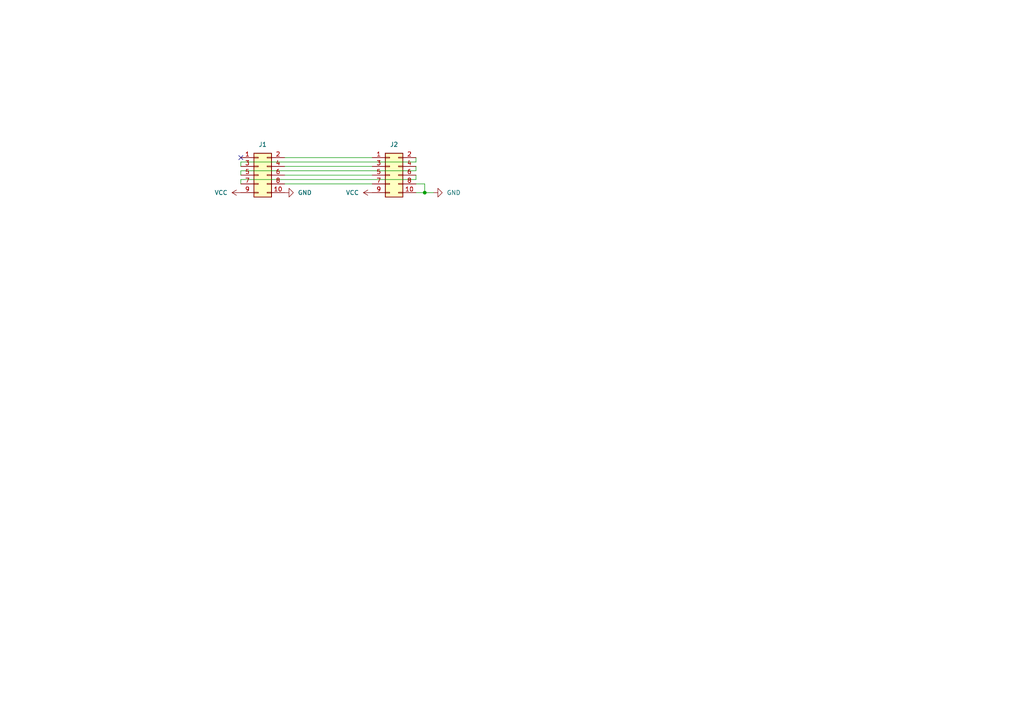
<source format=kicad_sch>
(kicad_sch (version 20231120) (generator "eeschema") (generator_version "8.0")
  (paper "A4")
  (lib_symbols
    (symbol "Connector_Generic:Conn_02x05_Odd_Even" (pin_names (offset 1.016) hide)
      (property "Reference" "J" (at 1.27 7.62 0))
      (property "Value" "Conn_02x05_Odd_Even" (at 1.27 -7.62 0))
      (symbol "Conn_02x05_Odd_Even_1_1"
        (rectangle (start -1.27 -4.953) (end 0 -5.207) (stroke (width 0.1524)))
        (rectangle (start -1.27 -2.413) (end 0 -2.667) (stroke (width 0.1524)))
        (rectangle (start -1.27 0.127) (end 0 -0.127) (stroke (width 0.1524)))
        (rectangle (start -1.27 2.667) (end 0 2.413) (stroke (width 0.1524)))
        (rectangle (start -1.27 5.207) (end 0 4.953) (stroke (width 0.1524)))
        (rectangle (start -1.27 6.35) (end 3.81 -6.35) (stroke (width 0.254)) (fill (type background)))
        (rectangle (start 3.81 -4.953) (end 2.54 -5.207) (stroke (width 0.1524)))
        (rectangle (start 3.81 -2.413) (end 2.54 -2.667) (stroke (width 0.1524)))
        (rectangle (start 3.81 0.127) (end 2.54 -0.127) (stroke (width 0.1524)))
        (rectangle (start 3.81 2.667) (end 2.54 2.413) (stroke (width 0.1524)))
        (rectangle (start 3.81 5.207) (end 2.54 4.953) (stroke (width 0.1524)))
        (pin passive line (at -5.08 5.08 0) (length 3.81) (name "Pin_1") (number "1"))
        (pin passive line (at 7.62 -5.08 180) (length 3.81) (name "Pin_10") (number "10"))
        (pin passive line (at 7.62 5.08 180) (length 3.81) (name "Pin_2") (number "2"))
        (pin passive line (at -5.08 2.54 0) (length 3.81) (name "Pin_3") (number "3"))
        (pin passive line (at 7.62 2.54 180) (length 3.81) (name "Pin_4") (number "4"))
        (pin passive line (at -5.08 0 0) (length 3.81) (name "Pin_5") (number "5"))
        (pin passive line (at 7.62 0 180) (length 3.81) (name "Pin_6") (number "6"))
        (pin passive line (at -5.08 -2.54 0) (length 3.81) (name "Pin_7") (number "7"))
        (pin passive line (at 7.62 -2.54 180) (length 3.81) (name "Pin_8") (number "8"))
        (pin passive line (at -5.08 -5.08 0) (length 3.81) (name "Pin_9") (number "9"))
      )
    )
    (symbol "power:GND" (power) (pin_names (offset 0))
      (property "Value" "GND" (at 0 -3.81 0))
      (symbol "GND_0_1"
        (polyline (pts (xy 0 0) (xy 0 -1.27) (xy 1.27 -1.27) (xy 0 -2.54) (xy -1.27 -1.27) (xy 0 -1.27)))
      )
      (symbol "GND_1_1"
        (pin power_in line (at 0 0 270) (length 0) hide (name "GND") (number "1"))
      )
    )
    (symbol "power:VCC" (power) (pin_names (offset 0))
      (property "Value" "VCC" (at 0 3.81 0))
      (symbol "VCC_0_1"
        (polyline (pts (xy -0.762 1.27) (xy 0 2.54)))
        (polyline (pts (xy 0 0) (xy 0 2.54)))
        (polyline (pts (xy 0 2.54) (xy 0.762 1.27)))
      )
      (symbol "VCC_1_1"
        (pin power_in line (at 0 0 90) (length 0) hide (name "VCC") (number "1"))
      )
    )
  )
  (junction (at 123.19 55.88))
  (no_connect (at 69.85 45.72))
  (wire (pts (xy 120.65 49.53) (xy 120.65 48.26)))
  (wire (pts (xy 82.55 53.34) (xy 107.95 53.34)))
  (wire (pts (xy 82.55 45.72) (xy 107.95 45.72)))
  (wire (pts (xy 69.85 53.34) (xy 69.85 52.07)))
  (wire (pts (xy 120.65 46.99) (xy 120.65 45.72)))
  (wire (pts (xy 125.73 55.88) (xy 123.19 55.88)))
  (wire (pts (xy 82.55 50.8) (xy 107.95 50.8)))
  (wire (pts (xy 69.85 50.8) (xy 69.85 49.53)))
  (wire (pts (xy 123.19 53.34) (xy 123.19 55.88)))
  (wire (pts (xy 123.19 55.88) (xy 120.65 55.88)))
  (wire (pts (xy 82.55 48.26) (xy 107.95 48.26)))
  (wire (pts (xy 120.65 53.34) (xy 123.19 53.34)))
  (wire (pts (xy 69.85 48.26) (xy 69.85 46.99)))
  (wire (pts (xy 120.65 52.07) (xy 120.65 50.8)))
  (wire (pts (xy 69.85 49.53) (xy 120.65 49.53)))
  (wire (pts (xy 69.85 46.99) (xy 120.65 46.99)))
  (wire (pts (xy 69.85 52.07) (xy 120.65 52.07)))
  (symbol (lib_id "power:VCC") (at 69.85 55.88 90) (unit 1)
    (property "Reference" "#PWR01" (effects (hide yes)))
    (property "Value" "VCC" (at 66.04 55.88 90) (effects (justify left)))
  )
  (symbol (lib_id "Connector_Generic:Conn_02x05_Odd_Even") (at 74.93 50.8 0) (unit 1)
    (property "Reference" "J1" (at 76.2 41.91 0))
    (property "Value" "BHR-10-VUA" (effects (hide yes)))
    (property "Footprint" "Connector_IDC:IDC-Header_2x05_P2.54mm_Vertical" (effects (hide yes)))
    (property "Datasheet" "https://app.adam-tech.com/products/download/data_sheet/203218/bhr-xx-vua-data-sheet.pdf" (effects (hide yes)))
  )
  (symbol (lib_id "power:VCC") (at 107.95 55.88 90) (unit 1)
    (property "Reference" "#PWR03" (effects (hide yes)))
    (property "Value" "VCC" (at 104.14 55.88 90) (effects (justify left)))
  )
  (symbol (lib_id "power:GND") (at 82.55 55.88 90) (unit 1)
    (property "Reference" "#PWR02" (effects (hide yes)))
    (property "Value" "GND" (at 86.36 55.88 90) (effects (justify right)))
  )
  (symbol (lib_id "power:GND") (at 125.73 55.88 90) (unit 1)
    (property "Reference" "#PWR04" (effects (hide yes)))
    (property "Value" "GND" (at 129.54 55.88 90) (effects (justify right)))
  )
  (symbol (lib_id "Connector_Generic:Conn_02x05_Odd_Even") (at 113.03 50.8 0) (unit 1)
    (property "Reference" "J2" (at 114.3 41.91 0))
    (property "Value" "BHR-10-VUA" (effects (hide yes)))
    (property "Footprint" "Connector_IDC:IDC-Header_2x05_P2.54mm_Vertical" (effects (hide yes)))
    (property "Datasheet" "https://app.adam-tech.com/products/download/data_sheet/203218/bhr-xx-vua-data-sheet.pdf" (effects (hide yes)))
  )
)
</source>
